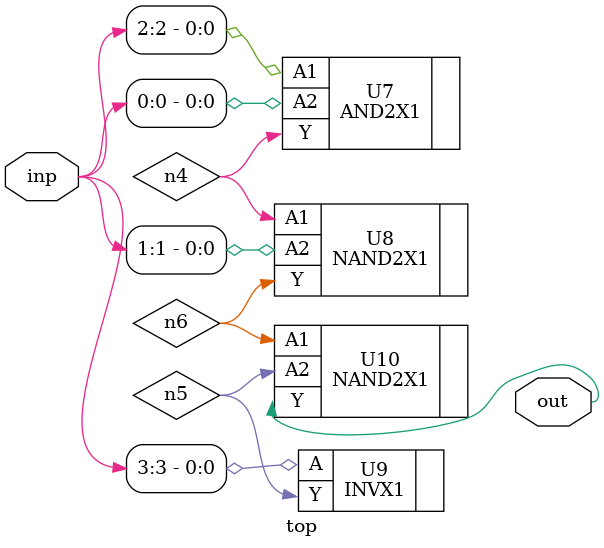
<source format=sv>


module top ( inp, out );
  input [3:0] inp;
  output out;
  wire   n4, n5, n6;

  AND2X1 U7 ( .A1(inp[2]), .A2(inp[0]), .Y(n4) );
  NAND2X1 U8 ( .A1(n4), .A2(inp[1]), .Y(n6) );
  INVX1 U9 ( .A(inp[3]), .Y(n5) );
  NAND2X1 U10 ( .A1(n6), .A2(n5), .Y(out) );
endmodule


</source>
